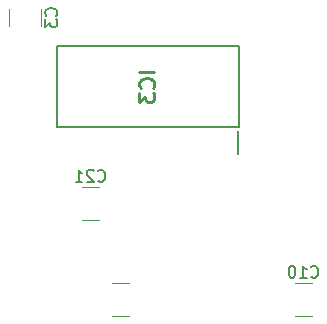
<source format=gbr>
%TF.GenerationSoftware,KiCad,Pcbnew,(5.1.10)-1*%
%TF.CreationDate,2024-05-08T08:23:43+02:00*%
%TF.ProjectId,M003,4d303033-2e6b-4696-9361-645f70636258,rev?*%
%TF.SameCoordinates,Original*%
%TF.FileFunction,Legend,Bot*%
%TF.FilePolarity,Positive*%
%FSLAX46Y46*%
G04 Gerber Fmt 4.6, Leading zero omitted, Abs format (unit mm)*
G04 Created by KiCad (PCBNEW (5.1.10)-1) date 2024-05-08 08:23:43*
%MOMM*%
%LPD*%
G01*
G04 APERTURE LIST*
%ADD10C,0.200000*%
%ADD11C,0.120000*%
%ADD12C,0.254000*%
%ADD13C,0.150000*%
G04 APERTURE END LIST*
D10*
%TO.C,IC3*%
X158790000Y-121245000D02*
X158790000Y-119320000D01*
X143430000Y-118970000D02*
X158830000Y-118970000D01*
X143430000Y-112170000D02*
X143430000Y-118970000D01*
X158830000Y-112170000D02*
X143430000Y-112170000D01*
X158830000Y-118970000D02*
X158830000Y-112170000D01*
D11*
%TO.C,C21*%
X147015252Y-126836000D02*
X145592748Y-126836000D01*
X147015252Y-124116000D02*
X145592748Y-124116000D01*
%TO.C,C10*%
X165049252Y-134964000D02*
X163626748Y-134964000D01*
X165049252Y-132244000D02*
X163626748Y-132244000D01*
%TO.C,C9*%
X148132748Y-132244000D02*
X149555252Y-132244000D01*
X148132748Y-134964000D02*
X149555252Y-134964000D01*
%TO.C,C3*%
X139356000Y-110439252D02*
X139356000Y-109016748D01*
X142076000Y-110439252D02*
X142076000Y-109016748D01*
%TO.C,IC3*%
D12*
X151704523Y-114330238D02*
X150434523Y-114330238D01*
X151583571Y-115660714D02*
X151644047Y-115600238D01*
X151704523Y-115418809D01*
X151704523Y-115297857D01*
X151644047Y-115116428D01*
X151523095Y-114995476D01*
X151402142Y-114935000D01*
X151160238Y-114874523D01*
X150978809Y-114874523D01*
X150736904Y-114935000D01*
X150615952Y-114995476D01*
X150495000Y-115116428D01*
X150434523Y-115297857D01*
X150434523Y-115418809D01*
X150495000Y-115600238D01*
X150555476Y-115660714D01*
X150434523Y-116084047D02*
X150434523Y-116870238D01*
X150918333Y-116446904D01*
X150918333Y-116628333D01*
X150978809Y-116749285D01*
X151039285Y-116809761D01*
X151160238Y-116870238D01*
X151462619Y-116870238D01*
X151583571Y-116809761D01*
X151644047Y-116749285D01*
X151704523Y-116628333D01*
X151704523Y-116265476D01*
X151644047Y-116144523D01*
X151583571Y-116084047D01*
%TO.C,C21*%
D13*
X146946857Y-123533142D02*
X146994476Y-123580761D01*
X147137333Y-123628380D01*
X147232571Y-123628380D01*
X147375428Y-123580761D01*
X147470666Y-123485523D01*
X147518285Y-123390285D01*
X147565904Y-123199809D01*
X147565904Y-123056952D01*
X147518285Y-122866476D01*
X147470666Y-122771238D01*
X147375428Y-122676000D01*
X147232571Y-122628380D01*
X147137333Y-122628380D01*
X146994476Y-122676000D01*
X146946857Y-122723619D01*
X146565904Y-122723619D02*
X146518285Y-122676000D01*
X146423047Y-122628380D01*
X146184952Y-122628380D01*
X146089714Y-122676000D01*
X146042095Y-122723619D01*
X145994476Y-122818857D01*
X145994476Y-122914095D01*
X146042095Y-123056952D01*
X146613523Y-123628380D01*
X145994476Y-123628380D01*
X145042095Y-123628380D02*
X145613523Y-123628380D01*
X145327809Y-123628380D02*
X145327809Y-122628380D01*
X145423047Y-122771238D01*
X145518285Y-122866476D01*
X145613523Y-122914095D01*
%TO.C,C10*%
X164980857Y-131661142D02*
X165028476Y-131708761D01*
X165171333Y-131756380D01*
X165266571Y-131756380D01*
X165409428Y-131708761D01*
X165504666Y-131613523D01*
X165552285Y-131518285D01*
X165599904Y-131327809D01*
X165599904Y-131184952D01*
X165552285Y-130994476D01*
X165504666Y-130899238D01*
X165409428Y-130804000D01*
X165266571Y-130756380D01*
X165171333Y-130756380D01*
X165028476Y-130804000D01*
X164980857Y-130851619D01*
X164028476Y-131756380D02*
X164599904Y-131756380D01*
X164314190Y-131756380D02*
X164314190Y-130756380D01*
X164409428Y-130899238D01*
X164504666Y-130994476D01*
X164599904Y-131042095D01*
X163409428Y-130756380D02*
X163314190Y-130756380D01*
X163218952Y-130804000D01*
X163171333Y-130851619D01*
X163123714Y-130946857D01*
X163076095Y-131137333D01*
X163076095Y-131375428D01*
X163123714Y-131565904D01*
X163171333Y-131661142D01*
X163218952Y-131708761D01*
X163314190Y-131756380D01*
X163409428Y-131756380D01*
X163504666Y-131708761D01*
X163552285Y-131661142D01*
X163599904Y-131565904D01*
X163647523Y-131375428D01*
X163647523Y-131137333D01*
X163599904Y-130946857D01*
X163552285Y-130851619D01*
X163504666Y-130804000D01*
X163409428Y-130756380D01*
%TO.C,C3*%
X143373142Y-109561333D02*
X143420761Y-109513714D01*
X143468380Y-109370857D01*
X143468380Y-109275619D01*
X143420761Y-109132761D01*
X143325523Y-109037523D01*
X143230285Y-108989904D01*
X143039809Y-108942285D01*
X142896952Y-108942285D01*
X142706476Y-108989904D01*
X142611238Y-109037523D01*
X142516000Y-109132761D01*
X142468380Y-109275619D01*
X142468380Y-109370857D01*
X142516000Y-109513714D01*
X142563619Y-109561333D01*
X142468380Y-109894666D02*
X142468380Y-110513714D01*
X142849333Y-110180380D01*
X142849333Y-110323238D01*
X142896952Y-110418476D01*
X142944571Y-110466095D01*
X143039809Y-110513714D01*
X143277904Y-110513714D01*
X143373142Y-110466095D01*
X143420761Y-110418476D01*
X143468380Y-110323238D01*
X143468380Y-110037523D01*
X143420761Y-109942285D01*
X143373142Y-109894666D01*
%TD*%
M02*

</source>
